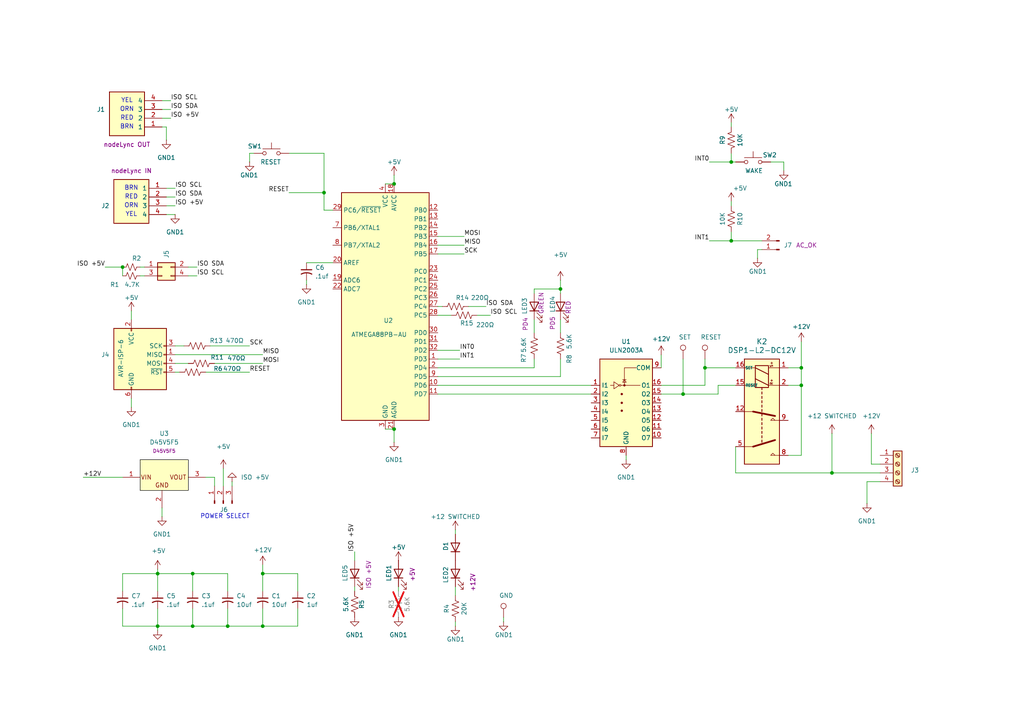
<source format=kicad_sch>
(kicad_sch (version 20250114) (generator "eeschema") (generator_version "9.0")
  (paper "A4")
  (title_block (title "Power Control Test ") (date "2025-12-22") (rev "2.1") (company "vinthewrench.com") (comment 1 "CERN-OHL-P v2 Permissive Open Hardware Licence") (comment 2 "© 2026 Vinnie Moscaritolo"))
  (lib_symbols
    (symbol "Connector:AVR-ISP-6" (pin_names (offset 1.016))
      (property "Reference" "J?" (at -8.89 -0.0001 0))
      (property "Value" "AVR-ISP-6" (at -8.89 2.5399 0))
      (symbol "AVR-ISP-6_0_1"
        (rectangle (start -7.62 10.16) (end 7.62 -7.62) (stroke (width 0.254)) (fill (type background)))
        (rectangle (start -2.667 10.16) (end -2.413 9.398))
        (rectangle (start -2.667 -6.858) (end -2.413 -7.62))
        (rectangle (start 7.62 5.207) (end 6.858 4.953))
        (rectangle (start 7.62 2.667) (end 6.858 2.413))
        (rectangle (start 7.62 0.127) (end 6.858 -0.127))
        (rectangle (start 7.62 -2.413) (end 6.858 -2.667))
      )
      (symbol "AVR-ISP-6_1_1"
        (pin passive line (at -2.54 12.7 270) (length 2.54) (name "GND") (number "6"))
        (pin passive line (at -2.54 -10.16 90) (length 2.54) (name "VCC") (number "2"))
        (pin passive line (at 10.16 5.08 180) (length 2.54) (name "~{RST}") (number "5"))
        (pin passive line (at 10.16 2.54 180) (length 2.54) (name "MOSI") (number "4"))
        (pin passive line (at 10.16 0 180) (length 2.54) (name "MISO") (number "1"))
        (pin passive line (at 10.16 -2.54 180) (length 2.54) (name "SCK") (number "3"))
      )
    )
    (symbol "Connector:Conn_01x02_Pin" (pin_names (offset 1.016) (hide yes))
      (property "Reference" "J" (at 0 2.54 0))
      (property "Value" "Conn_01x02_Pin" (at 0 -5.08 0))
      (symbol "Conn_01x02_Pin_1_1"
        (rectangle (start 0.8636 0.127) (end 0 -0.127) (stroke (width 0.1524)) (fill (type outline)))
        (rectangle (start 0.8636 -2.413) (end 0 -2.667) (stroke (width 0.1524)) (fill (type outline)))
        (polyline (pts (xy 1.27 0) (xy 0.8636 0)) (stroke (width 0.1524)))
        (polyline (pts (xy 1.27 -2.54) (xy 0.8636 -2.54)) (stroke (width 0.1524)))
        (pin passive line (at 5.08 0 180) (length 3.81) (name "Pin_1") (number "1"))
        (pin passive line (at 5.08 -2.54 180) (length 3.81) (name "Pin_2") (number "2"))
      )
    )
    (symbol "Connector:Conn_01x03_Pin" (pin_names (offset 1.016) (hide yes))
      (property "Reference" "J" (at 0 5.08 0))
      (property "Value" "Conn_01x03_Pin" (at 0 -5.08 0))
      (symbol "Conn_01x03_Pin_1_1"
        (rectangle (start 0.8636 2.667) (end 0 2.413) (stroke (width 0.1524)) (fill (type outline)))
        (rectangle (start 0.8636 0.127) (end 0 -0.127) (stroke (width 0.1524)) (fill (type outline)))
        (rectangle (start 0.8636 -2.413) (end 0 -2.667) (stroke (width 0.1524)) (fill (type outline)))
        (polyline (pts (xy 1.27 2.54) (xy 0.8636 2.54)) (stroke (width 0.1524)))
        (polyline (pts (xy 1.27 0) (xy 0.8636 0)) (stroke (width 0.1524)))
        (polyline (pts (xy 1.27 -2.54) (xy 0.8636 -2.54)) (stroke (width 0.1524)))
        (pin passive line (at 5.08 2.54 180) (length 3.81) (name "Pin_1") (number "1"))
        (pin passive line (at 5.08 0 180) (length 3.81) (name "Pin_2") (number "2"))
        (pin passive line (at 5.08 -2.54 180) (length 3.81) (name "Pin_3") (number "3"))
      )
    )
    (symbol "Connector:Screw_Terminal_01x04" (pin_names (offset 1.016) (hide yes))
      (property "Reference" "J" (at 0 5.08 0))
      (property "Value" "Screw_Terminal_01x04" (at 0 -7.62 0))
      (symbol "Screw_Terminal_01x04_1_1"
        (rectangle (start -1.27 3.81) (end 1.27 -6.35) (stroke (width 0.254)) (fill (type background)))
        (polyline (pts (xy -0.5334 2.8702) (xy 0.3302 2.032)) (stroke (width 0.1524)))
        (polyline (pts (xy -0.5334 0.3302) (xy 0.3302 -0.508)) (stroke (width 0.1524)))
        (polyline (pts (xy -0.5334 -2.2098) (xy 0.3302 -3.048)) (stroke (width 0.1524)))
        (polyline (pts (xy -0.5334 -4.7498) (xy 0.3302 -5.588)) (stroke (width 0.1524)))
        (polyline (pts (xy -0.3556 3.048) (xy 0.508 2.2098)) (stroke (width 0.1524)))
        (polyline (pts (xy -0.3556 0.508) (xy 0.508 -0.3302)) (stroke (width 0.1524)))
        (polyline (pts (xy -0.3556 -2.032) (xy 0.508 -2.8702)) (stroke (width 0.1524)))
        (polyline (pts (xy -0.3556 -4.572) (xy 0.508 -5.4102)) (stroke (width 0.1524)))
        (circle (center 0 2.54) (radius 0.635) (stroke (width 0.1524)))
        (circle (center 0 0) (radius 0.635) (stroke (width 0.1524)))
        (circle (center 0 -2.54) (radius 0.635) (stroke (width 0.1524)))
        (circle (center 0 -5.08) (radius 0.635) (stroke (width 0.1524)))
        (pin passive line (at -5.08 2.54 0) (length 3.81) (name "Pin_1") (number "1"))
        (pin passive line (at -5.08 0 0) (length 3.81) (name "Pin_2") (number "2"))
        (pin passive line (at -5.08 -2.54 0) (length 3.81) (name "Pin_3") (number "3"))
        (pin passive line (at -5.08 -5.08 0) (length 3.81) (name "Pin_4") (number "4"))
      )
    )
    (symbol "Connector:TestPoint" (pin_numbers (hide yes)) (pin_names (offset 0.762) (hide yes))
      (property "Reference" "TP" (at 0 6.858 0))
      (property "Value" "TestPoint" (at 0 5.08 0))
      (symbol "TestPoint_0_1"
        (circle (center 0 3.302) (radius 0.762))
      )
      (symbol "TestPoint_1_1"
        (pin passive line (at 0 0 90) (length 2.54) (name "1") (number "1"))
      )
    )
    (symbol "Connector_Generic:Conn_02x02_Odd_Even" (pin_names (offset 1.016) (hide yes))
      (property "Reference" "J" (at 1.27 2.54 0))
      (property "Value" "Conn_02x02_Odd_Even" (at 1.27 -5.08 0))
      (symbol "Conn_02x02_Odd_Even_1_1"
        (rectangle (start -1.27 1.27) (end 3.81 -3.81) (stroke (width 0.254)) (fill (type background)))
        (rectangle (start -1.27 0.127) (end 0 -0.127) (stroke (width 0.1524)))
        (rectangle (start -1.27 -2.413) (end 0 -2.667) (stroke (width 0.1524)))
        (rectangle (start 3.81 0.127) (end 2.54 -0.127) (stroke (width 0.1524)))
        (rectangle (start 3.81 -2.413) (end 2.54 -2.667) (stroke (width 0.1524)))
        (pin passive line (at -5.08 0 0) (length 3.81) (name "Pin_1") (number "1"))
        (pin passive line (at -5.08 -2.54 0) (length 3.81) (name "Pin_3") (number "3"))
        (pin passive line (at 7.62 0 180) (length 3.81) (name "Pin_2") (number "2"))
        (pin passive line (at 7.62 -2.54 180) (length 3.81) (name "Pin_4") (number "4"))
      )
    )
    (symbol "D45V5F5:D45V5F5" (pin_names (hide yes))
      (property "Reference" "U" (at 0 3.81 0))
      (property "Value" "D45V5F5" (at 0 1.778 0))
      (property "Footprint" "D45V5F5" (at 4.318 -5.588 0))
      (symbol "D45V5F5_1_1"
        (rectangle (start -6.35 5.08) (end 7.62 -3.81) (stroke (width 0.15) (color 0 0 0 1)) (fill (type color) (color 255 255 194 1)))
        (text "VIN" (at -4.572 0 0) (effects (font (size 1.27 1.27))))
        (text "GND" (at 0 -2.286 0) (effects (font (size 1.27 1.27))))
        (text "VOUT" (at 7.112 0 0) (effects (font (size 1.27 1.27)) (justify right)))
        (pin power_in line (at -11.43 0 0) (length 5) (name "VIN") (number "1"))
        (pin passive line (at 0 -8.89 90) (length 5) (name "GND") (number "2"))
        (pin power_out line (at 12.7 0 180) (length 5) (name "VOUT") (number "3"))
      )
    )
    (symbol "DSP1-L2-DC12V:DSP1-L2-DC12V" (pin_names (offset 0.254))
      (property "Reference" "K" (at 20.32 8.128 0))
      (property "Value" "DSP1-L2-DC12V" (at 22.352 4.572 0))
      (symbol "DSP1-L2-DC12V_0_0"
        (polyline (pts (xy 27.94 -16.51) (xy 25.4 -16.51) (xy 26.035 -15.875) (xy 26.67 -16.51)))
        (polyline (pts (xy 27.94 -26.67) (xy 25.4 -26.67) (xy 26.035 -26.035) (xy 26.67 -26.67)))
      )
      (symbol "DSP1-L2-DC12V_0_1"
        (polyline (pts (xy 17.78 -1.27) (xy 20.955 -1.27)))
        (polyline (pts (xy 17.78 -6.35) (xy 20.955 -6.35)))
        (polyline (pts (xy 20.32 -13.97) (xy 17.78 -13.97)))
        (polyline (pts (xy 20.32 -13.97) (xy 26.67 -15.24)) (stroke (width 0.508)))
        (polyline (pts (xy 20.32 -24.13) (xy 17.78 -24.13)))
        (polyline (pts (xy 20.32 -24.13) (xy 26.67 -22.225)) (stroke (width 0.508)))
        (polyline (pts (xy 22.86 -6.985) (xy 22.86 -7.62)) (stroke (width 0.254)))
        (polyline (pts (xy 22.86 -8.255) (xy 22.86 -8.89)) (stroke (width 0.254)))
        (polyline (pts (xy 22.86 -9.525) (xy 22.86 -10.16)) (stroke (width 0.254)))
        (polyline (pts (xy 22.86 -10.795) (xy 22.86 -11.43)) (stroke (width 0.254)))
        (polyline (pts (xy 22.86 -12.065) (xy 22.86 -12.7)) (stroke (width 0.254)))
        (polyline (pts (xy 22.86 -13.335) (xy 22.86 -13.97)) (stroke (width 0.254)))
        (polyline (pts (xy 22.86 -14.605) (xy 22.86 -15.24)) (stroke (width 0.254)))
        (polyline (pts (xy 22.86 -15.875) (xy 22.86 -16.51)) (stroke (width 0.254)))
        (polyline (pts (xy 22.86 -17.145) (xy 22.86 -17.78)) (stroke (width 0.254)))
        (polyline (pts (xy 22.86 -18.415) (xy 22.86 -19.05)) (stroke (width 0.254)))
        (polyline (pts (xy 22.86 -19.685) (xy 22.86 -20.32)) (stroke (width 0.254)))
        (polyline (pts (xy 22.86 -20.955) (xy 22.86 -21.59)) (stroke (width 0.254)))
        (polyline (pts (xy 22.86 -22.225) (xy 22.86 -22.86)) (stroke (width 0.254)))
        (rectangle (start 24.765 -0.635) (end 20.955 -6.985) (stroke (width 0.254)))
        (polyline (pts (xy 27.94 -1.27) (xy 24.765 -1.27)))
        (polyline (pts (xy 27.94 -6.35) (xy 24.765 -6.35)))
      )
      (symbol "DSP1-L2-DC12V_1_0"
        (text "S+" (at 25.654 -0.254 900) (effects (font (size 0.762 0.762))))
        (text "R+" (at 25.654 -5.334 900) (effects (font (size 0.762 0.762))))
      )
      (symbol "DSP1-L2-DC12V_1_1"
        (polyline (pts (xy 20.955 -1.27) (xy 24.765 -3.175)) (stroke (width 0.254)))
        (polyline (pts (xy 20.955 -4.445) (xy 24.765 -6.35)) (stroke (width 0.254)))
        (rectangle (start 27.94 1.27) (end 17.78 -29.21) (stroke (width 0.254)) (fill (type background)))
        (pin passive line (at 15.24 -1.27 0) (length 2.54) (name "SET") (number "16"))
        (pin passive line (at 15.24 -6.35 0) (length 2.54) (name "RESET") (number "15"))
        (pin passive line (at 15.24 -13.97 0) (length 2.54) (name "~") (number "12"))
        (pin passive line (at 15.24 -24.13 0) (length 2.54) (name "~") (number "5"))
        (pin passive line (at 30.48 -1.27 180) (length 2.54) (name "~") (number "1"))
        (pin passive line (at 30.48 -6.35 180) (length 2.54) (name "~") (number "2"))
        (pin passive line (at 30.48 -16.51 180) (length 2.54) (name "~") (number "9"))
        (pin passive line (at 30.48 -26.67 180) (length 2.54) (name "~") (number "8"))
      )
    )
    (symbol "Device:C_Small_US" (pin_numbers (hide yes)) (pin_names (offset 0.254) (hide yes))
      (property "Reference" "C" (at 0.254 1.778 0))
      (property "Value" "C_Small_US" (at 0.254 -2.032 0))
      (symbol "C_Small_US_0_1"
        (polyline (pts (xy -1.524 0.508) (xy 1.524 0.508)) (stroke (width 0.3048)))
        (arc (start -1.524 -0.762) (mid 0 -0.3734) (end 1.524 -0.762) (stroke (width 0.3048)))
      )
      (symbol "C_Small_US_1_1"
        (pin passive line (at 0 2.54 270) (length 2.032) (name "~") (number "1"))
        (pin passive line (at 0 -2.54 90) (length 2.032) (name "~") (number "2"))
      )
    )
    (symbol "Device:LED" (pin_numbers (hide yes)) (pin_names (offset 1.016) (hide yes))
      (property "Reference" "D" (at 0 2.54 0))
      (property "Value" "LED" (at 0 -2.54 0))
      (symbol "LED_0_1"
        (polyline (pts (xy -3.048 -0.762) (xy -4.572 -2.286) (xy -3.81 -2.286) (xy -4.572 -2.286) (xy -4.572 -1.524)))
        (polyline (pts (xy -1.778 -0.762) (xy -3.302 -2.286) (xy -2.54 -2.286) (xy -3.302 -2.286) (xy -3.302 -1.524)))
        (polyline (pts (xy -1.27 0) (xy 1.27 0)))
        (polyline (pts (xy -1.27 -1.27) (xy -1.27 1.27)) (stroke (width 0.254)))
        (polyline (pts (xy 1.27 -1.27) (xy 1.27 1.27) (xy -1.27 0) (xy 1.27 -1.27)) (stroke (width 0.254)))
      )
      (symbol "LED_1_1"
        (pin passive line (at -3.81 0 0) (length 2.54) (name "K") (number "1"))
        (pin passive line (at 3.81 0 180) (length 2.54) (name "A") (number "2"))
      )
    )
    (symbol "Device:R_Small_US" (pin_numbers (hide yes)) (pin_names (offset 0.254) (hide yes))
      (property "Reference" "R" (at 0.762 0.508 0))
      (property "Value" "R_Small_US" (at 0.762 -1.016 0))
      (symbol "R_Small_US_1_1"
        (polyline (pts (xy 0 1.524) (xy 1.016 1.143) (xy 0 0.762) (xy -1.016 0.381) (xy 0 0)))
        (polyline (pts (xy 0 0) (xy 1.016 -0.381) (xy 0 -0.762) (xy -1.016 -1.143) (xy 0 -1.524)))
        (pin passive line (at 0 2.54 270) (length 1.016) (name "~") (number "1"))
        (pin passive line (at 0 -2.54 90) (length 1.016) (name "~") (number "2"))
      )
    )
    (symbol "Device:R_US" (pin_numbers (hide yes)) (pin_names (offset 0))
      (property "Reference" "R" (at 2.54 0 90))
      (property "Value" "R_US" (at -2.54 0 90))
      (symbol "R_US_0_1"
        (polyline (pts (xy 0 2.286) (xy 0 2.54)))
        (polyline (pts (xy 0 2.286) (xy 1.016 1.905) (xy 0 1.524) (xy -1.016 1.143) (xy 0 0.762)))
        (polyline (pts (xy 0 0.762) (xy 1.016 0.381) (xy 0 0) (xy -1.016 -0.381) (xy 0 -0.762)))
        (polyline (pts (xy 0 -0.762) (xy 1.016 -1.143) (xy 0 -1.524) (xy -1.016 -1.905) (xy 0 -2.286)))
        (polyline (pts (xy 0 -2.286) (xy 0 -2.54)))
      )
      (symbol "R_US_1_1"
        (pin passive line (at 0 3.81 270) (length 1.27) (name "~") (number "1"))
        (pin passive line (at 0 -3.81 90) (length 1.27) (name "~") (number "2"))
      )
    )
    (symbol "Diode:1N4148" (pin_numbers (hide yes)) (pin_names (hide yes))
      (property "Reference" "D" (at 0 2.54 0))
      (property "Value" "1N4148" (at 0 -2.54 0))
      (symbol "1N4148_0_1"
        (polyline (pts (xy -1.27 1.27) (xy -1.27 -1.27)) (stroke (width 0.254)))
        (polyline (pts (xy 1.27 1.27) (xy 1.27 -1.27) (xy -1.27 0) (xy 1.27 1.27)) (stroke (width 0.254)))
        (polyline (pts (xy 1.27 0) (xy -1.27 0)))
      )
      (symbol "1N4148_1_1"
        (pin passive line (at -3.81 0 0) (length 2.54) (name "K") (number "1"))
        (pin passive line (at 3.81 0 180) (length 2.54) (name "A") (number "2"))
      )
    )
    (symbol "MCU_Microchip_ATmega:ATmega8-16A"
      (property "Reference" "U" (at -12.7 34.29 0))
      (property "Value" "ATmega8-16A" (at 5.08 -34.29 0))
      (symbol "ATmega8-16A_0_1"
        (rectangle (start -12.7 -33.02) (end 12.7 33.02) (stroke (width 0.254)) (fill (type background)))
      )
      (symbol "ATmega8-16A_1_1"
        (pin bidirectional line (at -15.24 27.94 0) (length 2.54) (name "PC6/~{RESET}") (number "29"))
        (pin bidirectional line (at -15.24 22.86 0) (length 2.54) (name "PB6/XTAL1") (number "7"))
        (pin bidirectional line (at -15.24 17.78 0) (length 2.54) (name "PB7/XTAL2") (number "8"))
        (pin passive line (at -15.24 12.7 0) (length 2.54) (name "AREF") (number "20"))
        (pin input line (at -15.24 7.62 0) (length 2.54) (name "ADC6") (number "19"))
        (pin input line (at -15.24 5.08 0) (length 2.54) (name "ADC7") (number "22"))
        (pin power_in line (at 0 35.56 270) (length 2.54) (name "VCC") (number "4"))
        (pin passive line (at 0 35.56 270) (length 2.54) (hide yes) (name "VCC") (number "6"))
        (pin power_in line (at 0 -35.56 90) (length 2.54) (name "GND") (number "3"))
        (pin passive line (at 0 -35.56 90) (length 2.54) (hide yes) (name "GND") (number "5"))
        (pin power_in line (at 2.54 35.56 270) (length 2.54) (name "AVCC") (number "18"))
        (pin power_in line (at 2.54 -35.56 90) (length 2.54) (name "AGND") (number "21"))
        (pin bidirectional line (at 15.24 27.94 180) (length 2.54) (name "PB0") (number "12"))
        (pin bidirectional line (at 15.24 25.4 180) (length 2.54) (name "PB1") (number "13"))
        (pin bidirectional line (at 15.24 22.86 180) (length 2.54) (name "PB2") (number "14"))
        (pin bidirectional line (at 15.24 20.32 180) (length 2.54) (name "PB3") (number "15"))
        (pin bidirectional line (at 15.24 17.78 180) (length 2.54) (name "PB4") (number "16"))
        (pin bidirectional line (at 15.24 15.24 180) (length 2.54) (name "PB5") (number "17"))
        (pin bidirectional line (at 15.24 10.16 180) (length 2.54) (name "PC0") (number "23"))
        (pin bidirectional line (at 15.24 7.62 180) (length 2.54) (name "PC1") (number "24"))
        (pin bidirectional line (at 15.24 5.08 180) (length 2.54) (name "PC2") (number "25"))
        (pin bidirectional line (at 15.24 2.54 180) (length 2.54) (name "PC3") (number "26"))
        (pin bidirectional line (at 15.24 0 180) (length 2.54) (name "PC4") (number "27"))
        (pin bidirectional line (at 15.24 -2.54 180) (length 2.54) (name "PC5") (number "28"))
        (pin bidirectional line (at 15.24 -7.62 180) (length 2.54) (name "PD0") (number "30"))
        (pin bidirectional line (at 15.24 -10.16 180) (length 2.54) (name "PD1") (number "31"))
        (pin bidirectional line (at 15.24 -12.7 180) (length 2.54) (name "PD2") (number "32"))
        (pin bidirectional line (at 15.24 -15.24 180) (length 2.54) (name "PD3") (number "1"))
        (pin bidirectional line (at 15.24 -17.78 180) (length 2.54) (name "PD4") (number "2"))
        (pin bidirectional line (at 15.24 -20.32 180) (length 2.54) (name "PD5") (number "9"))
        (pin bidirectional line (at 15.24 -22.86 180) (length 2.54) (name "PD6") (number "10"))
        (pin bidirectional line (at 15.24 -25.4 180) (length 2.54) (name "PD7") (number "11"))
      )
    )
    (symbol "Molex 70551-0003:70551-0003"
      (property "Reference" "J" (at 16.51 7.62 0))
      (property "Value" "70551-0003" (at 16.51 5.08 0))
      (symbol "70551-0003_1_1"
        (rectangle (start 5.08 2.54) (end 15.24 -10.16) (stroke (width 0.254)) (fill (type background)))
        (pin passive line (at 0 0 0) (length 5.08) (name "4") (number "4"))
        (pin passive line (at 0 -2.54 0) (length 5.08) (name "3") (number "3"))
        (pin passive line (at 0 -5.08 0) (length 5.08) (name "2") (number "2"))
        (pin passive line (at 0 -7.62 0) (length 5.08) (name "1") (number "1"))
      )
    )
    (symbol "Switch:SW_Push" (pin_numbers (hide yes)) (pin_names (offset 1.016) (hide yes))
      (property "Reference" "SW" (at 1.27 2.54 0))
      (property "Value" "SW_Push" (at 0 -1.524 0))
      (symbol "SW_Push_0_1"
        (circle (center -2.032 0) (radius 0.508))
        (polyline (pts (xy 0 1.27) (xy 0 3.048)))
        (circle (center 2.032 0) (radius 0.508))
        (polyline (pts (xy 2.54 1.27) (xy -2.54 1.27)))
        (pin passive line (at -5.08 0 0) (length 2.54) (name "1") (number "1"))
        (pin passive line (at 5.08 0 180) (length 2.54) (name "2") (number "2"))
      )
    )
    (symbol "Transistor_Array:ULN2003A"
      (property "Reference" "U" (at 0 15.875 0))
      (property "Value" "ULN2003A" (at 0 13.97 0))
      (symbol "ULN2003A_0_1"
        (rectangle (start -7.62 -12.7) (end 7.62 12.7) (stroke (width 0.254)) (fill (type background)))
        (polyline (pts (xy -4.572 5.08) (xy -3.556 5.08)))
        (polyline (pts (xy -3.556 6.096) (xy -3.556 4.064) (xy -2.032 5.08) (xy -3.556 6.096)))
        (circle (center -1.778 5.08) (radius 0.254))
        (polyline (pts (xy -1.524 5.08) (xy 4.064 5.08)))
        (circle (center -1.27 2.54) (radius 0.254) (fill (type outline)))
        (circle (center -1.27 0) (radius 0.254) (fill (type outline)))
        (circle (center -1.27 -2.286) (radius 0.254) (fill (type outline)))
        (circle (center -0.508 5.08) (radius 0.254) (fill (type outline)))
        (polyline (pts (xy -0.508 5.08) (xy -0.508 10.16) (xy 2.921 10.16)))
        (polyline (pts (xy 0 6.731) (xy -1.016 6.731)))
        (polyline (pts (xy 0 5.969) (xy -1.016 5.969) (xy -0.508 6.731) (xy 0 5.969)))
      )
      (symbol "ULN2003A_1_1"
        (pin input line (at -10.16 5.08 0) (length 2.54) (name "I1") (number "1"))
        (pin input line (at -10.16 2.54 0) (length 2.54) (name "I2") (number "2"))
        (pin input line (at -10.16 0 0) (length 2.54) (name "I3") (number "3"))
        (pin input line (at -10.16 -2.54 0) (length 2.54) (name "I4") (number "4"))
        (pin input line (at -10.16 -5.08 0) (length 2.54) (name "I5") (number "5"))
        (pin input line (at -10.16 -7.62 0) (length 2.54) (name "I6") (number "6"))
        (pin input line (at -10.16 -10.16 0) (length 2.54) (name "I7") (number "7"))
        (pin power_in line (at 0 -15.24 90) (length 2.54) (name "GND") (number "8"))
        (pin passive line (at 10.16 10.16 180) (length 2.54) (name "COM") (number "9"))
        (pin open_collector line (at 10.16 5.08 180) (length 2.54) (name "O1") (number "16"))
        (pin open_collector line (at 10.16 2.54 180) (length 2.54) (name "O2") (number "15"))
        (pin open_collector line (at 10.16 0 180) (length 2.54) (name "O3") (number "14"))
        (pin open_collector line (at 10.16 -2.54 180) (length 2.54) (name "O4") (number "13"))
        (pin open_collector line (at 10.16 -5.08 180) (length 2.54) (name "O5") (number "12"))
        (pin open_collector line (at 10.16 -7.62 180) (length 2.54) (name "O6") (number "11"))
        (pin open_collector line (at 10.16 -10.16 180) (length 2.54) (name "O7") (number "10"))
      )
    )
    (symbol "power:+12C" (power) (pin_numbers (hide yes)) (pin_names (offset 0) (hide yes))
      (property "Value" "+12C" (at 0 3.556 0))
      (symbol "+12C_0_1"
        (polyline (pts (xy -0.762 1.27) (xy 0 2.54)))
        (polyline (pts (xy 0 2.54) (xy 0.762 1.27)))
        (polyline (pts (xy 0 0) (xy 0 2.54)))
      )
      (symbol "+12C_1_1"
        (pin power_in line (at 0 0 90) (length 0) (name "~") (number "1"))
      )
    )
    (symbol "power:+5VA" (power) (pin_numbers (hide yes)) (pin_names (offset 0) (hide yes))
      (property "Value" "+5VA" (at 0 3.556 0))
      (symbol "+5VA_0_1"
        (polyline (pts (xy -0.762 1.27) (xy 0 2.54)))
        (polyline (pts (xy 0 2.54) (xy 0.762 1.27)))
        (polyline (pts (xy 0 0) (xy 0 2.54)))
      )
      (symbol "+5VA_1_1"
        (pin power_in line (at 0 0 90) (length 0) (name "~") (number "1"))
      )
    )
    (symbol "power:GND" (power) (pin_numbers (hide yes)) (pin_names (offset 0) (hide yes))
      (property "Value" "GND" (at 0 -3.81 0))
      (symbol "GND_0_1"
        (polyline (pts (xy 0 0) (xy 0 -1.27) (xy 1.27 -1.27) (xy 0 -2.54) (xy -1.27 -1.27) (xy 0 -1.27)))
      )
      (symbol "GND_1_1"
        (pin power_in line (at 0 0 270) (length 0) (name "~") (number "1"))
      )
    )
    (symbol "power:GND1" (power) (pin_numbers (hide yes)) (pin_names (offset 0) (hide yes))
      (property "Value" "GND1" (at 0 -3.81 0))
      (symbol "GND1_0_1"
        (polyline (pts (xy 0 0) (xy 0 -1.27) (xy 1.27 -1.27) (xy 0 -2.54) (xy -1.27 -1.27) (xy 0 -1.27)))
      )
      (symbol "GND1_1_1"
        (pin power_in line (at 0 0 270) (length 0) (name "~") (number "1"))
      )
    )
  )
  (text "ORN" (at 36.83 31.75 0) (effects (font (size 1.27 1.27))))
  (text "ORN" (at 38.1 59.69 0) (effects (font (size 1.27 1.27))))
  (text "BRN" (at 38.1 54.61 0) (effects (font (size 1.27 1.27))))
  (text "BRN" (at 36.83 36.83 0) (effects (font (size 1.27 1.27))))
  (text "YEL" (at 36.83 29.21 0) (effects (font (size 1.27 1.27))))
  (text "YEL" (at 38.1 62.23 0) (effects (font (size 1.27 1.27))))
  (text "RED\n" (at 38.1 57.15 0) (effects (font (size 1.27 1.27))))
  (text "POWER SELECT" (at 65.278 149.86 0) (effects (font (size 1.27 1.27))))
  (text "RED\n" (at 36.83 34.29 0) (effects (font (size 1.27 1.27))))
  (junction (at 232.41 106.68))
  (junction (at 35.56 77.47))
  (junction (at 241.3 137.16))
  (junction (at 198.12 114.3))
  (junction (at 55.88 181.61))
  (junction (at 114.3 124.46))
  (junction (at 232.41 111.76))
  (junction (at 114.3 53.34))
  (junction (at 76.2 181.61))
  (junction (at 212.09 46.99))
  (junction (at 55.88 166.37))
  (junction (at 93.98 55.88))
  (junction (at 162.56 83.82))
  (junction (at 212.09 69.85))
  (junction (at 45.72 166.37))
  (junction (at 76.2 166.37))
  (junction (at 45.72 181.61))
  (junction (at 66.04 181.61))
  (junction (at 204.47 106.68))
  (wire (pts (xy 181.61 132.08) (xy 181.61 133.35)))
  (wire (pts (xy 213.36 129.54) (xy 213.36 137.16)))
  (wire (pts (xy 114.3 124.46) (xy 114.3 128.27)))
  (wire (pts (xy 55.88 176.53) (xy 55.88 181.61)))
  (wire (pts (xy 138.43 91.44) (xy 142.24 91.44)))
  (wire (pts (xy 127 71.12) (xy 134.62 71.12)))
  (wire (pts (xy 48.26 59.69) (xy 50.8 59.69)))
  (wire (pts (xy 213.36 46.99) (xy 212.09 46.99)))
  (wire (pts (xy 48.26 62.23) (xy 50.8 62.23)))
  (wire (pts (xy 66.04 181.61) (xy 66.04 176.53)))
  (wire (pts (xy 111.76 124.46) (xy 114.3 124.46)))
  (wire (pts (xy 72.39 46.99) (xy 72.39 44.45)))
  (wire (pts (xy 132.08 180.34) (xy 132.08 181.61)))
  (wire (pts (xy 162.56 81.28) (xy 162.56 83.82)))
  (wire (pts (xy 127 104.14) (xy 133.35 104.14)))
  (wire (pts (xy 50.8 102.87) (xy 76.2 102.87)))
  (wire (pts (xy 132.08 170.18) (xy 132.08 172.72)))
  (wire (pts (xy 50.8 105.41) (xy 54.61 105.41)))
  (wire (pts (xy 154.94 83.82) (xy 162.56 83.82)))
  (wire (pts (xy 49.53 34.29) (xy 46.99 34.29)))
  (wire (pts (xy 45.72 171.45) (xy 45.72 166.37)))
  (wire (pts (xy 212.09 69.85) (xy 220.98 69.85)))
  (wire (pts (xy 208.28 111.76) (xy 213.36 111.76)))
  (wire (pts (xy 64.77 135.89) (xy 64.77 140.97)))
  (wire (pts (xy 88.9 76.2) (xy 96.52 76.2)))
  (wire (pts (xy 227.33 46.99) (xy 223.52 46.99)))
  (wire (pts (xy 204.47 104.14) (xy 204.47 106.68)))
  (wire (pts (xy 191.77 102.87) (xy 191.77 106.68)))
  (wire (pts (xy 219.71 72.39) (xy 219.71 74.93)))
  (wire (pts (xy 114.3 50.8) (xy 114.3 53.34)))
  (wire (pts (xy 127 101.6) (xy 133.35 101.6)))
  (wire (pts (xy 204.47 111.76) (xy 204.47 106.68)))
  (wire (pts (xy 212.09 46.99) (xy 205.74 46.99)))
  (wire (pts (xy 251.46 139.7) (xy 255.27 139.7)))
  (wire (pts (xy 35.56 181.61) (xy 45.72 181.61)))
  (wire (pts (xy 35.56 138.43) (xy 24.13 138.43)))
  (wire (pts (xy 208.28 114.3) (xy 208.28 111.76)))
  (wire (pts (xy 127 111.76) (xy 171.45 111.76)))
  (wire (pts (xy 198.12 114.3) (xy 208.28 114.3)))
  (wire (pts (xy 127 114.3) (xy 171.45 114.3)))
  (wire (pts (xy 38.1 115.57) (xy 38.1 118.11)))
  (wire (pts (xy 45.72 166.37) (xy 55.88 166.37)))
  (wire (pts (xy 76.2 176.53) (xy 76.2 181.61)))
  (wire (pts (xy 154.94 83.82) (xy 154.94 85.09)))
  (wire (pts (xy 49.53 31.75) (xy 46.99 31.75)))
  (wire (pts (xy 88.9 81.28) (xy 88.9 82.55)))
  (wire (pts (xy 66.04 166.37) (xy 55.88 166.37)))
  (wire (pts (xy 227.33 49.53) (xy 227.33 46.99)))
  (wire (pts (xy 60.96 100.33) (xy 72.39 100.33)))
  (wire (pts (xy 191.77 111.76) (xy 204.47 111.76)))
  (wire (pts (xy 146.05 179.07) (xy 146.05 180.34)))
  (wire (pts (xy 40.64 80.01) (xy 41.91 80.01)))
  (wire (pts (xy 127 106.68) (xy 154.94 106.68)))
  (wire (pts (xy 135.89 88.9) (xy 140.97 88.9)))
  (wire (pts (xy 76.2 166.37) (xy 86.36 166.37)))
  (wire (pts (xy 102.87 160.02) (xy 102.87 162.56)))
  (wire (pts (xy 232.41 99.06) (xy 232.41 106.68)))
  (wire (pts (xy 76.2 181.61) (xy 66.04 181.61)))
  (wire (pts (xy 48.26 36.83) (xy 48.26 40.64)))
  (wire (pts (xy 66.04 171.45) (xy 66.04 166.37)))
  (wire (pts (xy 46.99 147.32) (xy 46.99 149.86)))
  (wire (pts (xy 30.48 77.47) (xy 35.56 77.47)))
  (wire (pts (xy 212.09 67.31) (xy 212.09 69.85)))
  (wire (pts (xy 76.2 171.45) (xy 76.2 166.37)))
  (wire (pts (xy 50.8 107.95) (xy 52.07 107.95)))
  (wire (pts (xy 228.6 132.08) (xy 232.41 132.08)))
  (wire (pts (xy 83.82 55.88) (xy 93.98 55.88)))
  (wire (pts (xy 128.27 88.9) (xy 127 88.9)))
  (wire (pts (xy 76.2 163.83) (xy 76.2 166.37)))
  (wire (pts (xy 35.56 166.37) (xy 45.72 166.37)))
  (wire (pts (xy 191.77 114.3) (xy 198.12 114.3)))
  (wire (pts (xy 57.15 77.47) (xy 54.61 77.47)))
  (wire (pts (xy 66.04 181.61) (xy 55.88 181.61)))
  (wire (pts (xy 198.12 104.14) (xy 198.12 114.3)))
  (wire (pts (xy 57.15 80.01) (xy 54.61 80.01)))
  (wire (pts (xy 132.08 153.67) (xy 132.08 154.94)))
  (wire (pts (xy 93.98 44.45) (xy 93.98 55.88)))
  (wire (pts (xy 212.09 58.42) (xy 212.09 59.69)))
  (wire (pts (xy 48.26 57.15) (xy 50.8 57.15)))
  (wire (pts (xy 45.72 181.61) (xy 55.88 181.61)))
  (wire (pts (xy 59.69 138.43) (xy 62.23 138.43)))
  (wire (pts (xy 53.34 100.33) (xy 50.8 100.33)))
  (wire (pts (xy 232.41 111.76) (xy 228.6 111.76)))
  (wire (pts (xy 162.56 96.52) (xy 162.56 92.71)))
  (wire (pts (xy 35.56 80.01) (xy 35.56 77.47)))
  (wire (pts (xy 232.41 132.08) (xy 232.41 111.76)))
  (wire (pts (xy 83.82 44.45) (xy 93.98 44.45)))
  (wire (pts (xy 219.71 72.39) (xy 220.98 72.39)))
  (wire (pts (xy 59.69 107.95) (xy 72.39 107.95)))
  (wire (pts (xy 255.27 137.16) (xy 241.3 137.16)))
  (wire (pts (xy 86.36 176.53) (xy 86.36 181.61)))
  (wire (pts (xy 127 68.58) (xy 134.62 68.58)))
  (wire (pts (xy 67.31 139.7) (xy 67.31 140.97)))
  (wire (pts (xy 48.26 54.61) (xy 50.8 54.61)))
  (wire (pts (xy 86.36 166.37) (xy 86.36 171.45)))
  (wire (pts (xy 45.72 176.53) (xy 45.72 181.61)))
  (wire (pts (xy 205.74 69.85) (xy 212.09 69.85)))
  (wire (pts (xy 40.64 77.47) (xy 41.91 77.47)))
  (wire (pts (xy 213.36 137.16) (xy 241.3 137.16)))
  (wire (pts (xy 241.3 125.73) (xy 241.3 137.16)))
  (wire (pts (xy 252.73 125.73) (xy 252.73 134.62)))
  (wire (pts (xy 35.56 176.53) (xy 35.56 181.61)))
  (wire (pts (xy 204.47 106.68) (xy 213.36 106.68)))
  (wire (pts (xy 232.41 106.68) (xy 232.41 111.76)))
  (wire (pts (xy 115.57 170.18) (xy 115.57 171.45)))
  (wire (pts (xy 154.94 106.68) (xy 154.94 104.14)))
  (wire (pts (xy 45.72 165.1) (xy 45.72 166.37)))
  (wire (pts (xy 45.72 181.61) (xy 45.72 182.88)))
  (wire (pts (xy 48.26 36.83) (xy 46.99 36.83)))
  (wire (pts (xy 86.36 181.61) (xy 76.2 181.61)))
  (wire (pts (xy 212.09 35.56) (xy 212.09 36.83)))
  (wire (pts (xy 111.76 53.34) (xy 114.3 53.34)))
  (wire (pts (xy 127 73.66) (xy 134.62 73.66)))
  (wire (pts (xy 154.94 96.52) (xy 154.94 92.71)))
  (wire (pts (xy 252.73 134.62) (xy 255.27 134.62)))
  (wire (pts (xy 93.98 55.88) (xy 93.98 60.96)))
  (wire (pts (xy 162.56 109.22) (xy 127 109.22)))
  (wire (pts (xy 35.56 171.45) (xy 35.56 166.37)))
  (wire (pts (xy 38.1 90.17) (xy 38.1 92.71)))
  (wire (pts (xy 228.6 106.68) (xy 232.41 106.68)))
  (wire (pts (xy 102.87 170.18) (xy 102.87 171.45)))
  (wire (pts (xy 49.53 29.21) (xy 46.99 29.21)))
  (wire (pts (xy 55.88 166.37) (xy 55.88 171.45)))
  (wire (pts (xy 62.23 105.41) (xy 76.2 105.41)))
  (wire (pts (xy 162.56 83.82) (xy 162.56 85.09)))
  (wire (pts (xy 212.09 44.45) (xy 212.09 46.99)))
  (wire (pts (xy 62.23 138.43) (xy 62.23 140.97)))
  (wire (pts (xy 72.39 44.45) (xy 73.66 44.45)))
  (wire (pts (xy 127 91.44) (xy 130.81 91.44)))
  (wire (pts (xy 162.56 104.14) (xy 162.56 109.22)))
  (wire (pts (xy 251.46 139.7) (xy 251.46 146.05)))
  (wire (pts (xy 93.98 60.96) (xy 96.52 60.96)))
  (label "ISO SCL" (at 57.15 80.01 0))
  (label "ISO SCL" (at 49.53 29.21 0))
  (label "SCK" (at 134.62 73.66 0))
  (label "SCK" (at 72.39 100.33 0))
  (label "ISO SCL" (at 50.8 54.61 0))
  (label "INT1" (at 205.74 69.85 180))
  (label "ISO +5V" (at 49.53 34.29 0))
  (label "MISO" (at 76.2 102.87 0))
  (label "RESET" (at 83.82 55.88 180))
  (label "MISO" (at 134.62 71.12 0))
  (label "INT0" (at 133.35 101.6 0))
  (label "+12V" (at 24.13 138.43 0))
  (label "MOSI" (at 134.62 68.58 0))
  (label "ISO +5V" (at 30.48 77.47 180))
  (label "ISO +5V" (at 50.8 59.69 0))
  (label "ISO +5V" (at 102.87 160.02 90))
  (label "ISO SCL" (at 142.24 91.44 0))
  (label "INT0" (at 205.74 46.99 180))
  (label "RESET" (at 72.39 107.95 0))
  (label "INT1" (at 133.35 104.14 0))
  (label "MOSI" (at 76.2 105.41 0))
  (label "ISO SDA" (at 140.97 88.9 0))
  (label "ISO SDA" (at 57.15 77.47 0))
  (label "ISO SDA" (at 50.8 57.15 0))
  (label "ISO SDA" (at 49.53 31.75 0))
  (symbol (lib_id "power:GND") (at 132.08 181.61 0) (unit 1)
    (property "Reference" "#PWR023" (effects (hide yes)))
    (property "Value" "GND1" (at 129.54 185.42 0) (effects (justify left)))
    (property "Description" "Power symbol creates a global label with name \"GND\" , ground" (effects (hide yes)))
  )
  (symbol (lib_id "power:GND") (at 72.39 46.99 0) (mirror y) (unit 1)
    (property "Reference" "#PWR011" (effects (hide yes)))
    (property "Value" "GND1" (at 74.93 50.8 0) (effects (justify left)))
    (property "Description" "Power symbol creates a global label with name \"GND\" , ground" (effects (hide yes)))
  )
  (symbol (lib_id "Connector:Screw_Terminal_01x04") (at 260.35 134.62 0) (unit 1)
    (property "Reference" "J3" (at 264.16 136.398 0) (effects (justify left)))
    (property "Value" "+12" (effects (hide yes)))
    (property "Footprint" "TerminalBlock_Phoenix:TerminalBlock_Phoenix_MKDS-1,5-4-5.08_1x04_P5.08mm_Horizontal" (effects (hide yes)))
    (property "Description" "Generic screw terminal, single row, 01x04, script generated (kicad-library-utils/schlib/autogen/connector/)" (effects (hide yes)))
  )
  (symbol (lib_id "Diode:1N4148") (at 132.08 158.75 90) (unit 1)
    (property "Reference" "D1" (at 129.286 159.766 0) (effects (justify left)))
    (property "Value" "1N4148WS" (effects (hide yes)))
    (property "Footprint" "Diode_THT:D_DO-35_SOD27_P7.62mm_Horizontal" (effects (hide yes)))
    (property "Datasheet" "https://assets.nexperia.com/documents/data-sheet/1N4148_1N4448.pdf" (effects (hide yes)))
    (property "Description" "100V 0.15A standard switching diode, DO-35" (effects (hide yes)))
    (property "Sim.Device" "D" (effects (hide yes)))
    (property "Sim.Pins" "1=K 2=A" (effects (hide yes)))
  )
  (symbol (lib_id "power:GND1") (at 102.87 179.07 0) (unit 1)
    (property "Reference" "#PWR026" (effects (hide yes)))
    (property "Value" "GND1" (at 102.87 184.15 0))
    (property "Description" "Power symbol creates a global label with name \"GND1\" , ground" (effects (hide yes)))
  )
  (symbol (lib_id "power:GND1") (at 251.46 146.05 0) (unit 1)
    (property "Reference" "#PWR09" (effects (hide yes)))
    (property "Value" "GND1" (at 251.46 151.13 0))
    (property "Description" "Power symbol creates a global label with name \"GND1\" , ground" (effects (hide yes)))
  )
  (symbol (lib_id "power:+12C") (at 191.77 102.87 0) (unit 1)
    (property "Reference" "#PWR01" (effects (hide yes)))
    (property "Value" "+12V" (at 191.77 98.298 0))
    (property "Description" "Power symbol creates a global label with name \"+12C\"" (effects (hide yes)))
  )
  (symbol (lib_id "power:+12C") (at 45.72 165.1 0) (unit 1)
    (property "Reference" "#PWR013" (effects (hide yes)))
    (property "Value" "+5V" (at 45.974 159.766 0))
    (property "Description" "Power symbol creates a global label with name \"+12C\"" (effects (hide yes)))
  )
  (symbol (lib_id "Device:R_US") (at 55.88 107.95 270) (unit 1)
    (property "Reference" "R6" (at 63.246 106.934 90))
    (property "Value" "470Ω" (at 67.31 106.934 90))
    (property "Footprint" "Resistor_THT:R_Axial_DIN0204_L3.6mm_D1.6mm_P7.62mm_Horizontal" (effects (hide yes)))
    (property "Description" "Resistor, US symbol" (effects (hide yes)))
  )
  (symbol (lib_id "Device:R_US") (at 212.09 40.64 0) (mirror x) (unit 1)
    (property "Reference" "R9" (at 209.55 40.64 90))
    (property "Value" "10K" (at 214.63 40.64 90))
    (property "Footprint" "Resistor_THT:R_Axial_DIN0204_L3.6mm_D1.6mm_P7.62mm_Horizontal" (effects (hide yes)))
    (property "Description" "Resistor, US symbol" (effects (hide yes)))
  )
  (symbol (lib_id "Connector:TestPoint") (at 146.05 179.07 0) (unit 1)
    (property "Reference" "TP3" (effects (hide yes)))
    (property "Value" "GND" (at 144.78 172.72 0) (effects (justify left)))
    (property "Footprint" "Keystone Testpoint:5000" (effects (hide yes)))
    (property "Description" "test point" (effects (hide yes)))
  )
  (symbol (lib_id "power:GND") (at 227.33 49.53 0) (mirror y) (unit 1)
    (property "Reference" "#PWR010" (effects (hide yes)))
    (property "Value" "GND1" (at 229.87 53.34 0) (effects (justify left)))
    (property "Description" "Power symbol creates a global label with name \"GND\" , ground" (effects (hide yes)))
  )
  (symbol (lib_id "Device:LED") (at 154.94 88.9 90) (unit 1)
    (property "Reference" "LED3" (at 152.146 91.186 0) (effects (justify left)))
    (property "Value" "151033GS03000" (effects (hide yes)))
    (property "Footprint" "LED_THT:LED_D3.0mm" (effects (hide yes)))
    (property "Description" "Light emitting diode" (effects (hide yes)))
    (property "Sim.Pins" "1=K 2=A" (effects (hide yes)))
    (property "Name" "PD4" (at 152.4 93.98 0))
    (property "Color" "GREEN" (at 156.972 87.884 0))
  )
  (symbol (lib_id "Connector:TestPoint") (at 204.47 104.14 0) (unit 1)
    (property "Reference" "TP2" (effects (hide yes)))
    (property "Value" "RESET" (at 203.2 97.79 0) (effects (justify left)))
    (property "Footprint" "Keystone Testpoint:5000" (effects (hide yes)))
    (property "Description" "test point" (effects (hide yes)))
  )
  (symbol (lib_id "Device:C_Small_US") (at 45.72 173.99 0) (unit 1)
    (property "Reference" "C5" (at 48.26 172.8469 0) (effects (justify left)))
    (property "Value" ".1uf" (at 48.26 175.3869 0) (effects (justify left)))
    (property "Footprint" "RCER71H104K0DBH03A:RCER71H104K0DBH03A" (effects (hide yes)))
    (property "Description" "capacitor, small US symbol" (effects (hide yes)))
  )
  (symbol (lib_id "Device:R_US") (at 57.15 100.33 270) (unit 1)
    (property "Reference" "R13" (at 62.738 98.806 90))
    (property "Value" "470Ω" (at 68.072 98.806 90))
    (property "Footprint" "Resistor_THT:R_Axial_DIN0204_L3.6mm_D1.6mm_P7.62mm_Horizontal" (effects (hide yes)))
    (property "Description" "Resistor, US symbol" (effects (hide yes)))
  )
  (symbol (lib_id "Molex 70551-0003:70551-0003") (at 46.99 29.21 0) (mirror y) (unit 1)
    (property "Reference" "J1" (at 30.48 31.7499 0) (effects (justify left)))
    (property "Value" "70551-0003" (effects (hide yes)))
    (property "Footprint" "705510003" (effects (hide yes)))
    (property "Datasheet" "https://www.molex.com/pdm_docs/sd/705510003_sd.pdf" (effects (hide yes)))
    (property "Description" "2.54mm Pitch SL Header, Single Row, Right Angle, 3.05mm Pocket, Shrouded, with Beveled Plastic Peg, 4 Circuits, Tin (Sn) Plating" (effects (hide yes)))
    (property "Height" "7.12" (effects (hide yes)))
    (property "Manufacturer_Name" "Molex" (effects (hide yes)))
    (property "Manufacturer_Part_Number" "70551-0003" (effects (hide yes)))
    (property "Mouser Part Number" "538-70551-0003" (effects (hide yes)))
    (property "Mouser Price/Stock" "https://www.mouser.co.uk/ProductDetail/Molex/70551-0003?qs=h9d0Ik7kMyy%252BIXbu7ME89A%3D%3D" (effects (hide yes)))
    (property "text" "nodeLync OUT" (at 36.83 41.91 0))
  )
  (symbol (lib_id "Connector:AVR-ISP-6") (at 40.64 102.87 0) (mirror x) (unit 1)
    (property "Reference" "J4" (at 31.75 102.8699 0) (effects (justify right)))
    (property "Value" "AVR-ISP-6" (at 35.052 109.474 90) (effects (justify right)))
    (property "Footprint" "Connector_PinHeader_2.54mm:PinHeader_2x03_P2.54mm_Vertical" (effects (hide yes)))
    (property "Description" "Atmel 6-pin ISP connector" (effects (hide yes)))
  )
  (symbol (lib_id "Device:LED") (at 102.87 166.37 90) (unit 1)
    (property "Reference" "LED5" (at 100.076 168.656 0) (effects (justify left)))
    (property "Value" "151033GS03000" (effects (hide yes)))
    (property "Footprint" "LED_THT:LED_D3.0mm" (effects (hide yes)))
    (property "Description" "Light emitting diode" (effects (hide yes)))
    (property "Sim.Pins" "1=K 2=A" (effects (hide yes)))
    (property "Name" "ISO +5V" (at 106.934 166.624 0))
  )
  (symbol (lib_id "power:GND1") (at 48.26 40.64 0) (unit 1)
    (property "Reference" "#PWR03" (effects (hide yes)))
    (property "Value" "GND1" (at 48.26 45.72 0))
    (property "Description" "Power symbol creates a global label with name \"GND1\" , ground" (effects (hide yes)))
  )
  (symbol (lib_id "power:+5VA") (at 212.09 58.42 0) (unit 1)
    (property "Reference" "#PWR033" (effects (hide yes)))
    (property "Value" "+5V" (at 214.63 54.61 0))
    (property "Description" "Power symbol creates a global label with name \"+5VA\"" (effects (hide yes)))
  )
  (symbol (lib_id "power:+5VA") (at 212.09 35.56 0) (mirror y) (unit 1)
    (property "Reference" "#PWR016" (effects (hide yes)))
    (property "Value" "+5V" (at 212.09 31.75 0))
    (property "Description" "Power symbol creates a global label with name \"+5VA\"" (effects (hide yes)))
  )
  (symbol (lib_id "power:+12C") (at 252.73 125.73 0) (unit 1)
    (property "Reference" "#PWR05" (effects (hide yes)))
    (property "Value" "+12V" (at 252.73 120.65 0))
    (property "Description" "Power symbol creates a global label with name \"+12C\"" (effects (hide yes)))
  )
  (symbol (lib_id "Device:LED") (at 132.08 166.37 90) (unit 1)
    (property "Reference" "LED2" (at 129.286 169.164 0) (effects (justify left)))
    (property "Value" "151033GS03000" (effects (hide yes)))
    (property "Footprint" "LED_THT:LED_D3.0mm" (effects (hide yes)))
    (property "Description" "Light emitting diode" (effects (hide yes)))
    (property "Sim.Pins" "1=K 2=A" (effects (hide yes)))
    (property "Name" "+12V" (at 137.16 168.91 0))
  )
  (symbol (lib_id "Device:R_US") (at 102.87 175.26 0) (unit 1)
    (property "Reference" "R5" (at 104.902 175.26 90))
    (property "Value" "5.6K" (at 100.33 175.26 90))
    (property "Footprint" "Resistor_THT:R_Axial_DIN0204_L3.6mm_D1.6mm_P7.62mm_Horizontal" (effects (hide yes)))
    (property "Description" "Resistor, US symbol" (effects (hide yes)))
  )
  (symbol (lib_id "power:GND") (at 219.71 74.93 0) (unit 1)
    (property "Reference" "#PWR032" (effects (hide yes)))
    (property "Value" "GND1" (at 217.17 78.74 0) (effects (justify left)))
    (property "Description" "Power symbol creates a global label with name \"GND\" , ground" (effects (hide yes)))
  )
  (symbol (lib_id "Device:R_US") (at 134.62 91.44 270) (unit 1)
    (property "Reference" "R15" (at 135.382 93.726 90))
    (property "Value" "220Ω" (at 140.716 94.234 90))
    (property "Footprint" "Resistor_THT:R_Axial_DIN0204_L3.6mm_D1.6mm_P7.62mm_Horizontal" (effects (hide yes)))
    (property "Description" "Resistor, US symbol" (effects (hide yes)))
  )
  (symbol (lib_id "Molex 70551-0003:70551-0003") (at 48.26 62.23 180) (unit 1)
    (property "Reference" "J2" (at 31.75 59.6901 0) (effects (justify left)))
    (property "Value" "70551-0003" (effects (hide yes)))
    (property "Footprint" "705510003" (effects (hide yes)))
    (property "Datasheet" "https://www.molex.com/pdm_docs/sd/705510003_sd.pdf" (effects (hide yes)))
    (property "Description" "2.54mm Pitch SL Header, Single Row, Right Angle, 3.05mm Pocket, Shrouded, with Beveled Plastic Peg, 4 Circuits, Tin (Sn) Plating" (effects (hide yes)))
    (property "Height" "7.12" (effects (hide yes)))
    (property "Manufacturer_Name" "Molex" (effects (hide yes)))
    (property "Manufacturer_Part_Number" "70551-0003" (effects (hide yes)))
    (property "Mouser Part Number" "538-70551-0003" (effects (hide yes)))
    (property "Mouser Price/Stock" "https://www.mouser.co.uk/ProductDetail/Molex/70551-0003?qs=h9d0Ik7kMyy%252BIXbu7ME89A%3D%3D" (effects (hide yes)))
    (property "text" "nodeLync IN" (at 38.1 49.53 0))
  )
  (symbol (lib_id "Device:R_US") (at 115.57 175.26 180) (unit 1) (dnp yes)
    (property "Reference" "R3" (at 113.538 175.26 90))
    (property "Value" "5.6K" (at 118.11 175.26 90))
    (property "Footprint" "Resistor_THT:R_Axial_DIN0204_L3.6mm_D1.6mm_P7.62mm_Horizontal" (effects (hide yes)))
    (property "Description" "Resistor, US symbol" (effects (hide yes)))
  )
  (symbol (lib_id "power:+5VA") (at 162.56 81.28 0) (unit 1)
    (property "Reference" "#PWR031" (effects (hide yes)))
    (property "Value" "+5V" (at 162.56 73.914 0))
    (property "Description" "Power symbol creates a global label with name \"+5VA\"" (effects (hide yes)))
  )
  (symbol (lib_id "power:+5VA") (at 115.57 162.56 0) (unit 1)
    (property "Reference" "#PWR019" (effects (hide yes)))
    (property "Value" "+5V" (at 115.57 158.75 0))
    (property "Description" "Power symbol creates a global label with name \"+5VA\"" (effects (hide yes)))
  )
  (symbol (lib_id "power:GND1") (at 67.31 139.7 180) (unit 1)
    (property "Reference" "#PWR021" (effects (hide yes)))
    (property "Value" "ISO +5V" (at 69.85 138.4299 0) (effects (justify right)))
    (property "Description" "Power symbol creates a global label with name \"GND1\" , ground" (effects (hide yes)))
  )
  (symbol (lib_id "power:+12C") (at 241.3 125.73 0) (unit 1)
    (property "Reference" "#PWR02" (effects (hide yes)))
    (property "Value" "+12 SWITCHED" (at 241.3 120.65 0))
    (property "Description" "Power symbol creates a global label with name \"+12C\"" (effects (hide yes)))
  )
  (symbol (lib_id "Device:LED") (at 162.56 88.9 90) (unit 1)
    (property "Reference" "LED4" (at 160.274 90.678 0) (effects (justify left)))
    (property "Value" "151033RS03000" (effects (hide yes)))
    (property "Footprint" "LED_THT:LED_D3.0mm" (effects (hide yes)))
    (property "Description" "Light emitting diode" (effects (hide yes)))
    (property "Sim.Pins" "1=K 2=A" (effects (hide yes)))
    (property "Name" "PD5" (at 160.274 93.726 0))
    (property "Color" "RED" (at 164.846 89.154 0))
  )
  (symbol (lib_id "MCU_Microchip_ATmega:ATmega8-16A") (at 111.76 88.9 0) (unit 1)
    (property "Reference" "U2" (at 111.252 92.964 0) (effects (justify left)))
    (property "Value" "ATMEGA88PB-AU" (at 101.854 97.028 0) (effects (justify left)))
    (property "Footprint" "Package_QFP:TQFP-32_7x7mm_P0.8mm" (effects (hide yes)))
    (property "Datasheet" "http://ww1.microchip.com/downloads/en/DeviceDoc/atmel-2486-8-bit-avr-microcontroller-atmega8_l_datasheet.pdf" (effects (hide yes)))
    (property "Description" "16MHz, 8kB Flash, 1kB SRAM, 512B EEPROM, TQFP-32" (effects (hide yes)))
  )
  (symbol (lib_id "Device:R_Small_US") (at 38.1 80.01 270) (unit 1)
    (property "Reference" "R1" (at 33.274 82.55 90))
    (property "Value" "4.7K" (at 38.354 82.55 90))
    (property "Footprint" "Resistor_THT:R_Axial_DIN0204_L3.6mm_D1.6mm_P7.62mm_Horizontal" (effects (hide yes)))
    (property "Description" "Resistor, small US symbol" (effects (hide yes)))
  )
  (symbol (lib_id "power:GND1") (at 46.99 149.86 0) (unit 1)
    (property "Reference" "#PWR024" (effects (hide yes)))
    (property "Value" "GND1" (at 46.99 154.94 0))
    (property "Description" "Power symbol creates a global label with name \"GND1\" , ground" (effects (hide yes)))
  )
  (symbol (lib_id "power:+5VA") (at 114.3 50.8 0) (unit 1)
    (property "Reference" "#PWR07" (effects (hide yes)))
    (property "Value" "+5V" (at 114.3 46.99 0))
    (property "Description" "Power symbol creates a global label with name \"+5VA\"" (effects (hide yes)))
  )
  (symbol (lib_id "power:GND1") (at 114.3 128.27 0) (unit 1)
    (property "Reference" "#PWR017" (effects (hide yes)))
    (property "Value" "GND1" (at 114.3 133.35 0))
    (property "Description" "Power symbol creates a global label with name \"GND1\" , ground" (effects (hide yes)))
  )
  (symbol (lib_id "power:GND1") (at 88.9 82.55 0) (unit 1)
    (property "Reference" "#PWR029" (effects (hide yes)))
    (property "Value" "GND1" (at 88.9 87.63 0))
    (property "Description" "Power symbol creates a global label with name \"GND1\" , ground" (effects (hide yes)))
  )
  (symbol (lib_id "power:GND1") (at 45.72 182.88 0) (unit 1)
    (property "Reference" "#PWR015" (effects (hide yes)))
    (property "Value" "GND1" (at 45.72 187.96 0))
    (property "Description" "Power symbol creates a global label with name \"GND1\" , ground" (effects (hide yes)))
  )
  (symbol (lib_id "power:+5VA") (at 132.08 153.67 0) (unit 1)
    (property "Reference" "#PWR018" (effects (hide yes)))
    (property "Value" "+12 SWITCHED" (at 132.08 149.86 0))
    (property "Description" "Power symbol creates a global label with name \"+5VA\"" (effects (hide yes)))
  )
  (symbol (lib_id "power:GND1") (at 38.1 118.11 0) (unit 1)
    (property "Reference" "#PWR014" (effects (hide yes)))
    (property "Value" "GND1" (at 38.1 123.19 0))
    (property "Description" "Power symbol creates a global label with name \"GND1\" , ground" (effects (hide yes)))
  )
  (symbol (lib_id "DSP1-L2-DC12V:DSP1-L2-DC12V") (at 198.12 105.41 0) (unit 1)
    (property "Reference" "K2" (at 220.98 99.06 0) (effects (font (size 1.524 1.524))))
    (property "Value" "DSP1-L2-DC12V" (at 220.98 101.6 0) (effects (font (size 1.524 1.524))))
    (property "Footprint" "DSP1-L2-DC12V" (effects (hide yes)))
    (property "Datasheet" "DSP1-L2-DC12V" (effects (hide yes)))
  )
  (symbol (lib_id "power:+12C") (at 76.2 163.83 0) (unit 1)
    (property "Reference" "#PWR012" (effects (hide yes)))
    (property "Value" "+12V" (at 76.2 159.512 0))
    (property "Description" "Power symbol creates a global label with name \"+12C\"" (effects (hide yes)))
  )
  (symbol (lib_id "power:GND") (at 146.05 180.34 0) (unit 1)
    (property "Reference" "#PWR025" (effects (hide yes)))
    (property "Value" "GND1" (at 143.51 184.15 0) (effects (justify left)))
    (property "Description" "Power symbol creates a global label with name \"GND\" , ground" (effects (hide yes)))
  )
  (symbol (lib_id "power:+5VA") (at 38.1 90.17 0) (unit 1)
    (property "Reference" "#PWR030" (effects (hide yes)))
    (property "Value" "+5V" (at 38.1 86.36 0))
    (property "Description" "Power symbol creates a global label with name \"+5VA\"" (effects (hide yes)))
  )
  (symbol (lib_id "Connector_Generic:Conn_02x02_Odd_Even") (at 46.99 77.47 0) (unit 1)
    (property "Reference" "J5" (at 48.2599 74.93 90) (effects (justify left)))
    (property "Value" "Conn_02x02_Odd_Even" (effects (hide yes)))
    (property "Footprint" "Connector_PinHeader_2.54mm:PinHeader_2x02_P2.54mm_Vertical" (effects (hide yes)))
    (property "Description" "Generic connector, double row, 02x02, odd/even pin numbering scheme (row 1 odd numbers, row 2 even numbers), script generated (kicad-library-utils/schlib/autogen/connector/)" (effects (hide yes)))
  )
  (symbol (lib_id "Connector:Conn_01x02_Pin") (at 226.06 72.39 180) (unit 1)
    (property "Reference" "J7" (at 227.33 71.1199 0) (effects (justify right)))
    (property "Value" "Conn_01x02_Pin" (effects (hide yes)))
    (property "Footprint" "Connector_PinHeader_2.54mm:PinHeader_1x02_P2.54mm_Vertical" (effects (hide yes)))
    (property "Description" "Generic connector, single row, 01x02, script generated" (effects (hide yes)))
    (property "text" "AC_OK" (at 233.934 71.12 0))
  )
  (symbol (lib_id "Device:R_US") (at 162.56 100.33 180) (unit 1)
    (property "Reference" "R8" (at 165.1 104.14 90))
    (property "Value" "5.6K" (at 165.1 99.06 90))
    (property "Footprint" "Resistor_THT:R_Axial_DIN0204_L3.6mm_D1.6mm_P7.62mm_Horizontal" (effects (hide yes)))
    (property "Description" "Resistor, US symbol" (effects (hide yes)))
  )
  (symbol (lib_id "Connector:Conn_01x03_Pin") (at 64.77 146.05 90) (unit 1)
    (property "Reference" "J6" (at 63.754 147.828 90) (effects (justify right)))
    (property "Value" "Conn_01x03_Pin" (effects (hide yes)))
    (property "Footprint" "Connector_PinHeader_2.54mm:PinHeader_1x03_P2.54mm_Vertical" (effects (hide yes)))
  )
  (symbol (lib_id "power:GND1") (at 115.57 179.07 0) (unit 1)
    (property "Reference" "#PWR022" (effects (hide yes)))
    (property "Value" "GND1" (at 115.57 184.15 0))
    (property "Description" "Power symbol creates a global label with name \"GND1\" , ground" (effects (hide yes)))
  )
  (symbol (lib_id "power:+5VA") (at 64.77 135.89 0) (unit 1)
    (property "Reference" "#PWR020" (effects (hide yes)))
    (property "Value" "+5V" (at 64.77 129.54 0))
    (property "Description" "Power symbol creates a global label with name \"+5VA\"" (effects (hide yes)))
  )
  (symbol (lib_id "Device:C_Small_US") (at 66.04 173.99 0) (unit 1)
    (property "Reference" "C4" (at 68.58 172.8469 0) (effects (justify left)))
    (property "Value" "10uf" (at 68.58 175.3869 0) (effects (justify left)))
    (property "Footprint" "Capacitor_THT:CP_Radial_D5.0mm_P2.00mm" (effects (hide yes)))
    (property "Description" "capacitor, small US symbol" (effects (hide yes)))
  )
  (symbol (lib_id "Device:C_Small_US") (at 35.56 173.99 0) (unit 1)
    (property "Reference" "C7" (at 38.1 172.8469 0) (effects (justify left)))
    (property "Value" ".1uf" (at 38.1 175.3869 0) (effects (justify left)))
    (property "Footprint" "RCER71H104K0DBH03A:RCER71H104K0DBH03A" (effects (hide yes)))
    (property "Description" "capacitor, small US symbol" (effects (hide yes)))
  )
  (symbol (lib_id "power:GND1") (at 181.61 133.35 0) (unit 1)
    (property "Reference" "#PWR04" (effects (hide yes)))
    (property "Value" "GND1" (at 181.61 138.43 0))
    (property "Description" "Power symbol creates a global label with name \"GND1\" , ground" (effects (hide yes)))
  )
  (symbol (lib_id "Device:C_Small_US") (at 88.9 78.74 0) (unit 1)
    (property "Reference" "C6" (at 91.44 77.5969 0) (effects (justify left)))
    (property "Value" ".1uf" (at 91.44 80.1369 0) (effects (justify left)))
    (property "Footprint" "RCER71H104K0DBH03A:RCER71H104K0DBH03A" (effects (hide yes)))
    (property "Description" "capacitor, small US symbol" (effects (hide yes)))
  )
  (symbol (lib_id "Device:R_US") (at 132.08 88.9 270) (unit 1)
    (property "Reference" "R14" (at 134.112 86.36 90))
    (property "Value" "220Ω" (at 139.192 86.36 90))
    (property "Footprint" "Resistor_THT:R_Axial_DIN0204_L3.6mm_D1.6mm_P7.62mm_Horizontal" (effects (hide yes)))
    (property "Description" "Resistor, US symbol" (effects (hide yes)))
  )
  (symbol (lib_id "Device:R_US") (at 154.94 100.33 180) (unit 1)
    (property "Reference" "R7" (at 151.892 103.886 90))
    (property "Value" "5.6K" (at 151.892 100.076 90))
    (property "Footprint" "Resistor_THT:R_Axial_DIN0204_L3.6mm_D1.6mm_P7.62mm_Horizontal" (effects (hide yes)))
    (property "Description" "Resistor, US symbol" (effects (hide yes)))
  )
  (symbol (lib_id "Transistor_Array:ULN2003A") (at 181.61 116.84 0) (unit 1)
    (property "Reference" "U1" (at 181.61 99.06 0))
    (property "Value" "ULN2003A" (at 181.61 101.6 0))
    (property "Footprint" "Package_DIP:DIP-16_W7.62mm" (effects (hide yes)))
    (property "Datasheet" "http://www.ti.com/lit/ds/symlink/uln2003a.pdf" (effects (hide yes)))
    (property "Description" "High Voltage, High Current Darlington Transistor Arrays, SOIC16/SOIC16W/DIP16/TSSOP16" (effects (hide yes)))
  )
  (symbol (lib_id "D45V5F5:D45V5F5") (at 46.99 138.43 0) (unit 1)
    (property "Reference" "U3" (at 47.625 125.73 0))
    (property "Value" "D45V5F5" (at 47.625 128.27 0))
    (property "Footprint" "D45V5F5" (at 47.625 130.81 0) (effects (font (size 1 1))))
  )
  (symbol (lib_id "Switch:SW_Push") (at 218.44 46.99 0) (mirror y) (unit 1)
    (property "Reference" "SW2" (at 223.266 44.958 0))
    (property "Value" "WAKE" (at 218.694 49.53 0))
    (property "Footprint" "Button_Switch_THT:SW_PUSH_6mm" (effects (hide yes)))
    (property "Description" "Push button switch, generic, two pins" (effects (hide yes)))
  )
  (symbol (lib_id "Device:R_US") (at 132.08 176.53 0) (unit 1)
    (property "Reference" "R4" (at 129.54 176.53 90))
    (property "Value" "20K" (at 134.62 176.53 90))
    (property "Footprint" "Resistor_THT:R_Axial_DIN0204_L3.6mm_D1.6mm_P7.62mm_Horizontal" (effects (hide yes)))
    (property "Description" "Resistor, US symbol" (effects (hide yes)))
  )
  (symbol (lib_id "Device:R_US") (at 58.42 105.41 270) (unit 1)
    (property "Reference" "R11" (at 62.992 103.632 90))
    (property "Value" "470Ω" (at 68.58 103.886 90))
    (property "Footprint" "Resistor_THT:R_Axial_DIN0204_L3.6mm_D1.6mm_P7.62mm_Horizontal" (effects (hide yes)))
    (property "Description" "Resistor, US symbol" (effects (hide yes)))
  )
  (symbol (lib_id "Device:C_Small_US") (at 76.2 173.99 0) (unit 1)
    (property "Reference" "C1" (at 78.74 172.8469 0) (effects (justify left)))
    (property "Value" "10uf" (at 78.74 175.3869 0) (effects (justify left)))
    (property "Footprint" "Capacitor_THT:CP_Radial_D5.0mm_P2.00mm" (effects (hide yes)))
    (property "Description" "capacitor, small US symbol" (effects (hide yes)))
  )
  (symbol (lib_id "power:+12C") (at 232.41 99.06 0) (unit 1)
    (property "Reference" "#PWR028" (effects (hide yes)))
    (property "Value" "+12V" (at 232.41 94.742 0))
    (property "Description" "Power symbol creates a global label with name \"+12C\"" (effects (hide yes)))
  )
  (symbol (lib_id "Device:R_Small_US") (at 38.1 77.47 270) (unit 1)
    (property "Reference" "R2" (at 39.624 74.93 90))
    (property "Value" "4.7K" (effects (hide yes)))
    (property "Footprint" "Resistor_THT:R_Axial_DIN0204_L3.6mm_D1.6mm_P7.62mm_Horizontal" (effects (hide yes)))
    (property "Description" "Resistor, small US symbol" (effects (hide yes)))
  )
  (symbol (lib_id "Connector:TestPoint") (at 198.12 104.14 0) (unit 1)
    (property "Reference" "TP1" (effects (hide yes)))
    (property "Value" "SET" (at 196.85 97.79 0) (effects (justify left)))
    (property "Footprint" "Keystone Testpoint:5000" (effects (hide yes)))
    (property "Description" "test point" (effects (hide yes)))
  )
  (symbol (lib_id "Device:C_Small_US") (at 55.88 173.99 0) (unit 1)
    (property "Reference" "C3" (at 58.42 172.8469 0) (effects (justify left)))
    (property "Value" ".1uf" (at 58.42 175.3869 0) (effects (justify left)))
    (property "Footprint" "RCER71H104K0DBH03A:RCER71H104K0DBH03A" (effects (hide yes)))
    (property "Description" "capacitor, small US symbol" (effects (hide yes)))
  )
  (symbol (lib_id "Switch:SW_Push") (at 78.74 44.45 0) (unit 1)
    (property "Reference" "SW1" (at 73.914 42.418 0))
    (property "Value" "RESET" (at 78.486 46.99 0))
    (property "Footprint" "Button_Switch_THT:SW_PUSH_6mm" (effects (hide yes)))
    (property "Description" "Push button switch, generic, two pins" (effects (hide yes)))
  )
  (symbol (lib_id "Device:C_Small_US") (at 86.36 173.99 0) (unit 1)
    (property "Reference" "C2" (at 88.9 172.8469 0) (effects (justify left)))
    (property "Value" "1uf" (at 88.9 175.3869 0) (effects (justify left)))
    (property "Footprint" "RCER71H104K0DBH03A:RCER71H104K0DBH03A" (effects (hide yes)))
    (property "Description" "capacitor, small US symbol" (effects (hide yes)))
  )
  (symbol (lib_id "Device:R_US") (at 212.09 63.5 180) (unit 1)
    (property "Reference" "R10" (at 214.63 63.5 90))
    (property "Value" "10K" (at 209.55 63.5 90))
    (property "Footprint" "Resistor_THT:R_Axial_DIN0204_L3.6mm_D1.6mm_P7.62mm_Horizontal" (effects (hide yes)))
    (property "Description" "Resistor, US symbol" (effects (hide yes)))
  )
  (symbol (lib_id "power:GND1") (at 50.8 62.23 0) (unit 1)
    (property "Reference" "#PWR06" (effects (hide yes)))
    (property "Value" "GND1" (at 50.8 67.31 0))
    (property "Description" "Power symbol creates a global label with name \"GND1\" , ground" (effects (hide yes)))
  )
  (symbol (lib_id "Device:LED") (at 115.57 166.37 90) (unit 1)
    (property "Reference" "LED1" (at 112.776 168.656 0) (effects (justify left)))
    (property "Value" "151033GS03000" (effects (hide yes)))
    (property "Footprint" "LED_THT:LED_D3.0mm" (effects (hide yes)))
    (property "Description" "Light emitting diode" (effects (hide yes)))
    (property "Sim.Pins" "1=K 2=A" (effects (hide yes)))
    (property "Name" "+5V" (at 119.634 166.624 0))
  )
)
</source>
